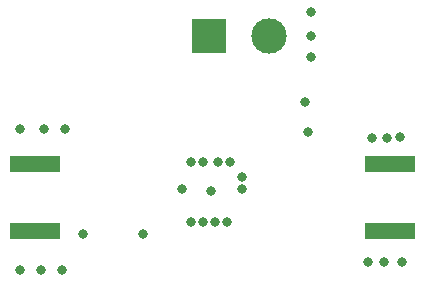
<source format=gbl>
%TF.GenerationSoftware,KiCad,Pcbnew,(5.1.9)-1*%
%TF.CreationDate,2021-06-07T18:16:05+02:00*%
%TF.ProjectId,AmplificadorV1,416d706c-6966-4696-9361-646f7256312e,rev?*%
%TF.SameCoordinates,Original*%
%TF.FileFunction,Copper,L4,Bot*%
%TF.FilePolarity,Positive*%
%FSLAX46Y46*%
G04 Gerber Fmt 4.6, Leading zero omitted, Abs format (unit mm)*
G04 Created by KiCad (PCBNEW (5.1.9)-1) date 2021-06-07 18:16:05*
%MOMM*%
%LPD*%
G01*
G04 APERTURE LIST*
%TA.AperFunction,SMDPad,CuDef*%
%ADD10R,4.200000X1.350000*%
%TD*%
%TA.AperFunction,ComponentPad*%
%ADD11C,3.000000*%
%TD*%
%TA.AperFunction,ComponentPad*%
%ADD12R,3.000000X3.000000*%
%TD*%
%TA.AperFunction,ViaPad*%
%ADD13C,0.800000*%
%TD*%
G04 APERTURE END LIST*
D10*
%TO.P,J3,2*%
%TO.N,GND*%
X174806000Y-98775000D03*
X174806000Y-104425000D03*
%TD*%
%TO.P,J1,2*%
%TO.N,GND*%
X144780000Y-104425000D03*
X144780000Y-98775000D03*
%TD*%
D11*
%TO.P,J2,2*%
%TO.N,GND*%
X164592000Y-87884000D03*
D12*
%TO.P,J2,1*%
%TO.N,VDD*%
X159512000Y-87884000D03*
%TD*%
D13*
%TO.N,*%
X159690000Y-101030500D03*
%TO.N,GND*%
X168148000Y-85852000D03*
X168148000Y-87884000D03*
X168148000Y-89662000D03*
X175691800Y-96484440D03*
X174360840Y-107045760D03*
X175828960Y-107035600D03*
X172953680Y-107045760D03*
X143510000Y-107696000D03*
X145288000Y-107696000D03*
X147066000Y-107696000D03*
X143510000Y-95758000D03*
X145542000Y-95758000D03*
X147320000Y-95758000D03*
%TO.N,Net-(U1-Pad16)*%
X157988000Y-98552000D03*
%TO.N,Net-(U1-Pad15)*%
X159004000Y-98552000D03*
%TO.N,Net-(U1-Pad13)*%
X161290000Y-98552000D03*
%TO.N,Net-(U1-Pad8)*%
X161036000Y-103632000D03*
%TO.N,Net-(U1-Pad6)*%
X159004000Y-103632000D03*
%TO.N,Net-(U1-Pad5)*%
X157988000Y-103632000D03*
%TO.N,GND*%
X167894000Y-96012000D03*
X173283880Y-96535240D03*
X174625000Y-96535240D03*
X148844000Y-104648000D03*
X153924000Y-104648000D03*
X167640000Y-93472000D03*
%TO.N,Net-(U1-Pad2)*%
X157226000Y-100838000D03*
%TO.N,Net-(U1-Pad7)*%
X160020000Y-103632000D03*
%TO.N,Net-(U1-Pad12)*%
X162306000Y-99822000D03*
%TO.N,Net-(U1-Pad11)*%
X162306000Y-100838000D03*
%TO.N,Net-(U1-Pad14)*%
X160274000Y-98552000D03*
%TD*%
M02*

</source>
